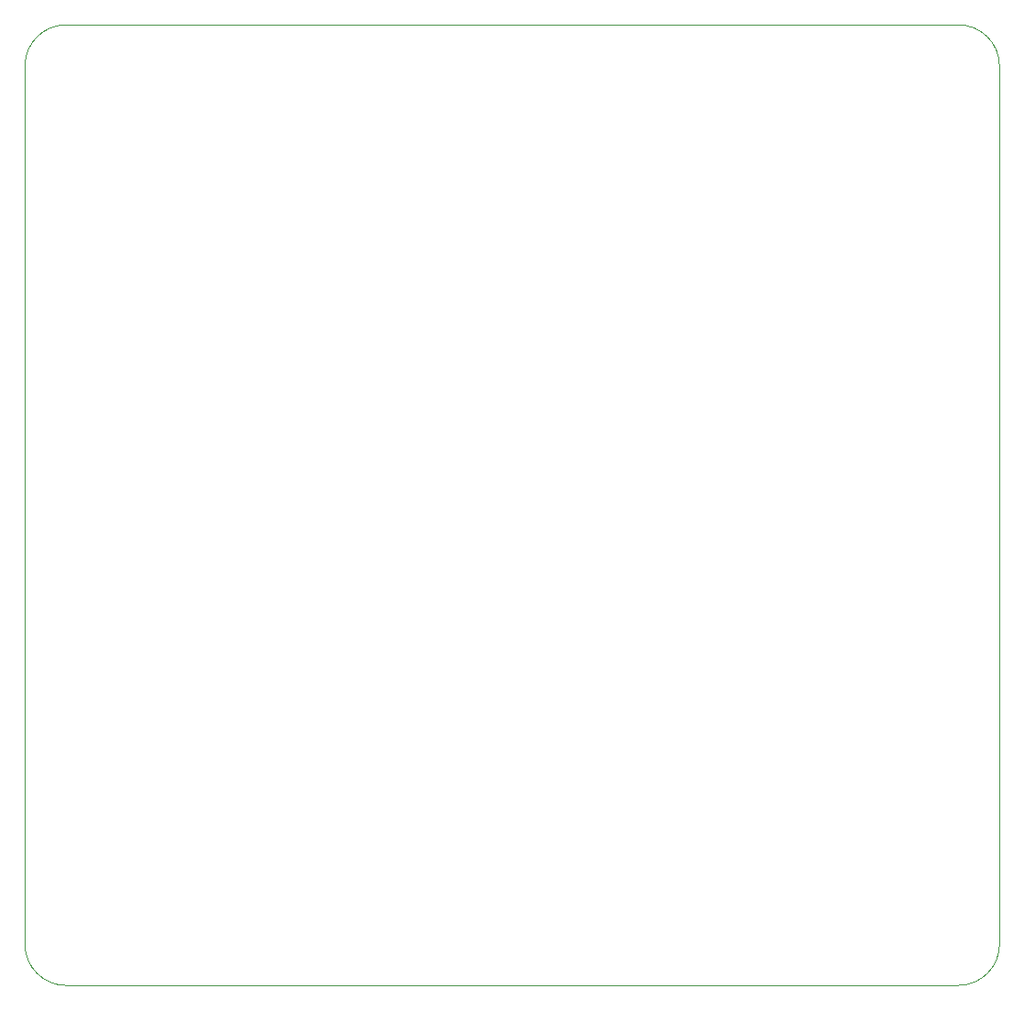
<source format=gbr>
G04 #@! TF.GenerationSoftware,KiCad,Pcbnew,(5.1.2-1)-1*
G04 #@! TF.CreationDate,2019-08-21T21:43:28+10:00*
G04 #@! TF.ProjectId,alu,616c752e-6b69-4636-9164-5f7063625858,rev?*
G04 #@! TF.SameCoordinates,Original*
G04 #@! TF.FileFunction,Profile,NP*
%FSLAX46Y46*%
G04 Gerber Fmt 4.6, Leading zero omitted, Abs format (unit mm)*
G04 Created by KiCad (PCBNEW (5.1.2-1)-1) date 2019-08-21 21:43:28*
%MOMM*%
%LPD*%
G04 APERTURE LIST*
%ADD10C,0.100000*%
G04 APERTURE END LIST*
D10*
X110490000Y-120650000D02*
X27940000Y-120650000D01*
X110490000Y-31750000D02*
X27940000Y-31750000D01*
X24130000Y-35560000D02*
X24130000Y-116840000D01*
X114300000Y-116840000D02*
X114300000Y-35560000D01*
X27940000Y-120650000D02*
G75*
G02X24130000Y-116840000I0J3810000D01*
G01*
X114300000Y-116840000D02*
G75*
G02X110490000Y-120650000I-3810000J0D01*
G01*
X110490000Y-31750000D02*
G75*
G02X114300000Y-35560000I0J-3810000D01*
G01*
X24130000Y-35560000D02*
G75*
G02X27940000Y-31750000I3810000J0D01*
G01*
M02*

</source>
